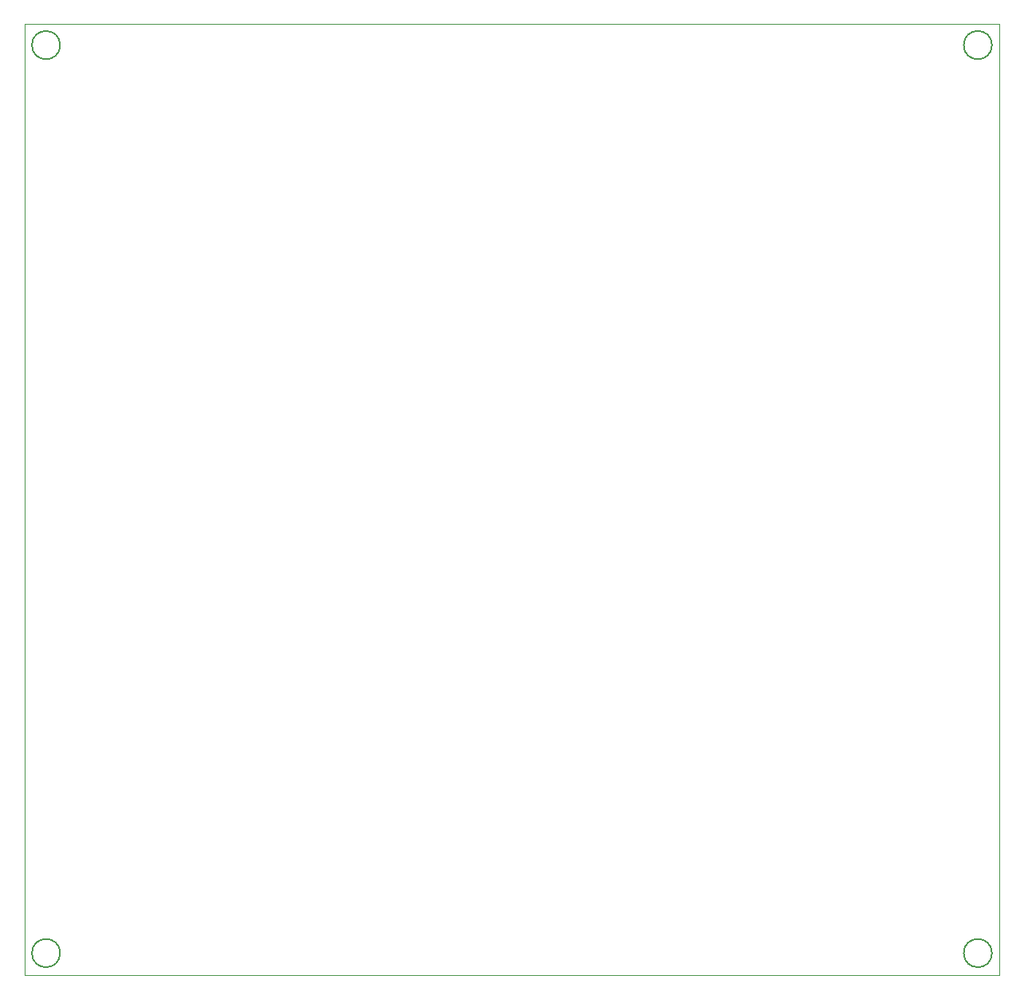
<source format=gbr>
%TF.GenerationSoftware,KiCad,Pcbnew,(6.0.5)*%
%TF.CreationDate,2022-06-12T01:05:44+10:00*%
%TF.ProjectId,gerb,67657262-2e6b-4696-9361-645f70636258,rev?*%
%TF.SameCoordinates,Original*%
%TF.FileFunction,Profile,NP*%
%FSLAX46Y46*%
G04 Gerber Fmt 4.6, Leading zero omitted, Abs format (unit mm)*
G04 Created by KiCad (PCBNEW (6.0.5)) date 2022-06-12 01:05:44*
%MOMM*%
%LPD*%
G01*
G04 APERTURE LIST*
%TA.AperFunction,Profile*%
%ADD10C,0.200000*%
%TD*%
%TA.AperFunction,Profile*%
%ADD11C,0.100000*%
%TD*%
G04 APERTURE END LIST*
D10*
X28250000Y-32250000D02*
G75*
G03*
X28250000Y-32250000I-1500000J0D01*
G01*
X28250000Y-128750000D02*
G75*
G03*
X28250000Y-128750000I-1500000J0D01*
G01*
X127250000Y-32250000D02*
G75*
G03*
X127250000Y-32250000I-1500000J0D01*
G01*
X127250000Y-128750000D02*
G75*
G03*
X127250000Y-128750000I-1500000J0D01*
G01*
D11*
X24500000Y-30000000D02*
X128000000Y-30000000D01*
X128000000Y-30000000D02*
X128000000Y-131050000D01*
X128000000Y-131050000D02*
X24500000Y-131050000D01*
X24500000Y-131050000D02*
X24500000Y-30000000D01*
M02*

</source>
